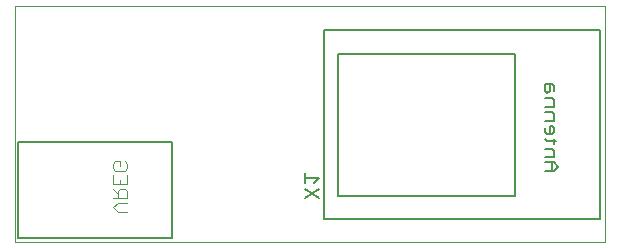
<source format=gbo>
G75*
%MOIN*%
%OFA0B0*%
%FSLAX25Y25*%
%IPPOS*%
%LPD*%
%AMOC8*
5,1,8,0,0,1.08239X$1,22.5*
%
%ADD10C,0.00100*%
%ADD11C,0.00500*%
%ADD12C,0.00400*%
%ADD13C,0.00600*%
%ADD14C,0.00700*%
D10*
X0024791Y0037936D02*
X0221641Y0037936D01*
X0221641Y0116676D01*
X0024791Y0116676D01*
X0024791Y0037936D01*
D11*
X0025811Y0039125D02*
X0077311Y0039125D01*
X0077311Y0071125D01*
X0025811Y0071125D01*
X0025811Y0039125D01*
X0127744Y0045456D02*
X0219732Y0045456D01*
X0219732Y0108448D01*
X0127744Y0108448D01*
X0127744Y0045456D01*
X0132468Y0053330D02*
X0191523Y0053330D01*
X0191523Y0100574D01*
X0132468Y0100574D01*
X0132468Y0053330D01*
D12*
X0062115Y0052513D02*
X0062115Y0054815D01*
X0061347Y0055582D01*
X0059813Y0055582D01*
X0059045Y0054815D01*
X0059045Y0052513D01*
X0057511Y0052513D02*
X0062115Y0052513D01*
X0062115Y0050978D02*
X0059045Y0050978D01*
X0057511Y0049444D01*
X0059045Y0047909D01*
X0062115Y0047909D01*
X0059045Y0054048D02*
X0057511Y0055582D01*
X0057511Y0057117D02*
X0057511Y0060186D01*
X0058278Y0061721D02*
X0057511Y0062488D01*
X0057511Y0064023D01*
X0058278Y0064790D01*
X0059813Y0064790D01*
X0059813Y0063256D01*
X0061347Y0064790D02*
X0062115Y0064023D01*
X0062115Y0062488D01*
X0061347Y0061721D01*
X0058278Y0061721D01*
X0062115Y0060186D02*
X0062115Y0057117D01*
X0057511Y0057117D01*
X0059813Y0057117D02*
X0059813Y0058652D01*
D13*
X0201528Y0061512D02*
X0204464Y0061512D01*
X0205932Y0062979D01*
X0204464Y0064447D01*
X0201528Y0064447D01*
X0201528Y0066115D02*
X0204464Y0066115D01*
X0204464Y0068317D01*
X0203730Y0069051D01*
X0201528Y0069051D01*
X0202262Y0071453D02*
X0201528Y0072187D01*
X0202262Y0071453D02*
X0205198Y0071453D01*
X0204464Y0070719D02*
X0204464Y0072187D01*
X0203730Y0073789D02*
X0202262Y0073789D01*
X0201528Y0074523D01*
X0201528Y0075991D01*
X0202996Y0076724D02*
X0202996Y0073789D01*
X0203730Y0073789D02*
X0204464Y0074523D01*
X0204464Y0075991D01*
X0203730Y0076724D01*
X0202996Y0076724D01*
X0201528Y0078393D02*
X0204464Y0078393D01*
X0204464Y0080594D01*
X0203730Y0081328D01*
X0201528Y0081328D01*
X0201528Y0082997D02*
X0204464Y0082997D01*
X0204464Y0085198D01*
X0203730Y0085932D01*
X0201528Y0085932D01*
X0202262Y0087600D02*
X0202996Y0088334D01*
X0202996Y0090536D01*
X0203730Y0090536D02*
X0201528Y0090536D01*
X0201528Y0088334D01*
X0202262Y0087600D01*
X0204464Y0088334D02*
X0204464Y0089802D01*
X0203730Y0090536D01*
X0203730Y0064447D02*
X0203730Y0061512D01*
D14*
X0126261Y0059251D02*
X0121357Y0059251D01*
X0121357Y0057617D02*
X0121357Y0060886D01*
X0124626Y0057617D02*
X0126261Y0059251D01*
X0126261Y0055730D02*
X0121357Y0052460D01*
X0121357Y0055730D02*
X0126261Y0052460D01*
M02*

</source>
